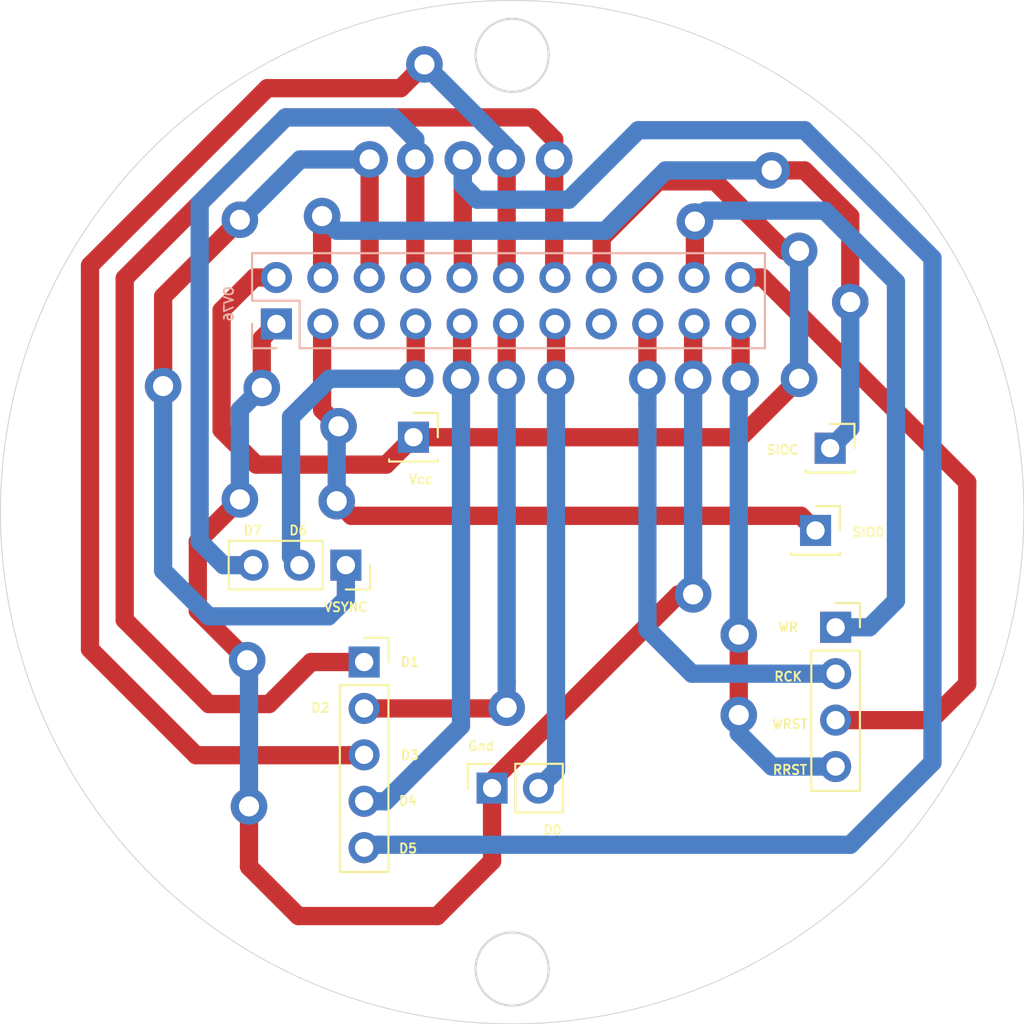
<source format=kicad_pcb>
(kicad_pcb (version 20171130) (host pcbnew "(5.1.5)-3")

  (general
    (thickness 1.6)
    (drawings 20)
    (tracks 192)
    (zones 0)
    (modules 8)
    (nets 21)
  )

  (page A4)
  (layers
    (0 F.Cu signal)
    (31 B.Cu signal)
    (32 B.Adhes user)
    (33 F.Adhes user)
    (34 B.Paste user)
    (35 F.Paste user)
    (36 B.SilkS user)
    (37 F.SilkS user)
    (38 B.Mask user)
    (39 F.Mask user)
    (40 Dwgs.User user)
    (41 Cmts.User user)
    (42 Eco1.User user)
    (43 Eco2.User user)
    (44 Edge.Cuts user)
    (45 Margin user)
    (46 B.CrtYd user)
    (47 F.CrtYd user)
    (48 B.Fab user)
    (49 F.Fab user)
  )

  (setup
    (last_trace_width 0.25)
    (user_trace_width 1)
    (trace_clearance 0.2)
    (zone_clearance 0.508)
    (zone_45_only no)
    (trace_min 0.2)
    (via_size 0.8)
    (via_drill 0.4)
    (via_min_size 0.4)
    (via_min_drill 0.3)
    (uvia_size 0.3)
    (uvia_drill 0.1)
    (uvias_allowed no)
    (uvia_min_size 0.2)
    (uvia_min_drill 0.1)
    (edge_width 0.05)
    (segment_width 0.2)
    (pcb_text_width 0.3)
    (pcb_text_size 1.5 1.5)
    (mod_edge_width 0.12)
    (mod_text_size 1 1)
    (mod_text_width 0.15)
    (pad_size 0.85 0.85)
    (pad_drill 0.5)
    (pad_to_mask_clearance 0.051)
    (solder_mask_min_width 0.25)
    (aux_axis_origin 0 0)
    (visible_elements 7FFFFFFF)
    (pcbplotparams
      (layerselection 0x010fc_ffffffff)
      (usegerberextensions false)
      (usegerberattributes false)
      (usegerberadvancedattributes false)
      (creategerberjobfile false)
      (excludeedgelayer true)
      (linewidth 0.100000)
      (plotframeref false)
      (viasonmask false)
      (mode 1)
      (useauxorigin false)
      (hpglpennumber 1)
      (hpglpenspeed 20)
      (hpglpendiameter 15.000000)
      (psnegative false)
      (psa4output false)
      (plotreference true)
      (plotvalue true)
      (plotinvisibletext false)
      (padsonsilk false)
      (subtractmaskfromsilk false)
      (outputformat 1)
      (mirror false)
      (drillshape 1)
      (scaleselection 1)
      (outputdirectory ""))
  )

  (net 0 "")
  (net 1 Gnd)
  (net 2 Vcc)
  (net 3 D7)
  (net 4 D6)
  (net 5 VSYNC)
  (net 6 D5)
  (net 7 D4)
  (net 8 D3)
  (net 9 D2)
  (net 10 D1)
  (net 11 D0)
  (net 12 WR)
  (net 13 RCK)
  (net 14 WRST)
  (net 15 RRST)
  (net 16 SIOD)
  (net 17 SIOC)
  (net 18 "Net-(OV76-Pad18)")
  (net 19 "Net-(OV76-Pad15)")
  (net 20 "Net-(OV76-Pad5)")

  (net_class Default "Esta é a classe de rede padrão."
    (clearance 0.2)
    (trace_width 0.25)
    (via_dia 0.8)
    (via_drill 0.4)
    (uvia_dia 0.3)
    (uvia_drill 0.1)
    (add_net D0)
    (add_net D1)
    (add_net D2)
    (add_net D3)
    (add_net D4)
    (add_net D5)
    (add_net D6)
    (add_net D7)
    (add_net Gnd)
    (add_net "Net-(OV76-Pad15)")
    (add_net "Net-(OV76-Pad18)")
    (add_net "Net-(OV76-Pad5)")
    (add_net RCK)
    (add_net RRST)
    (add_net SIOC)
    (add_net SIOD)
    (add_net VSYNC)
    (add_net Vcc)
    (add_net WR)
    (add_net WRST)
  )

  (module Connector_PinSocket_2.54mm:PinSocket_1x01_P2.54mm_Vertical (layer F.Cu) (tedit 5A19A434) (tstamp 5F7BC1CE)
    (at 121.4 98.2)
    (descr "Through hole straight socket strip, 1x01, 2.54mm pitch, single row (from Kicad 4.0.7), script generated")
    (tags "Through hole socket strip THT 1x01 2.54mm single row")
    (path /5F759739)
    (fp_text reference Vcc1 (at 0 -2.77) (layer F.SilkS) hide
      (effects (font (size 1 1) (thickness 0.15)))
    )
    (fp_text value Con (at 0 2.77) (layer F.Fab)
      (effects (font (size 1 1) (thickness 0.15)))
    )
    (fp_text user %R (at 0 0) (layer F.Fab)
      (effects (font (size 1 1) (thickness 0.15)))
    )
    (fp_line (start -1.8 1.75) (end -1.8 -1.8) (layer F.CrtYd) (width 0.05))
    (fp_line (start 1.75 1.75) (end -1.8 1.75) (layer F.CrtYd) (width 0.05))
    (fp_line (start 1.75 -1.8) (end 1.75 1.75) (layer F.CrtYd) (width 0.05))
    (fp_line (start -1.8 -1.8) (end 1.75 -1.8) (layer F.CrtYd) (width 0.05))
    (fp_line (start 0 -1.33) (end 1.33 -1.33) (layer F.SilkS) (width 0.12))
    (fp_line (start 1.33 -1.33) (end 1.33 0) (layer F.SilkS) (width 0.12))
    (fp_line (start 1.33 1.21) (end 1.33 1.33) (layer F.SilkS) (width 0.12))
    (fp_line (start -1.33 1.21) (end -1.33 1.33) (layer F.SilkS) (width 0.12))
    (fp_line (start -1.33 1.33) (end 1.33 1.33) (layer F.SilkS) (width 0.12))
    (fp_line (start -1.27 1.27) (end -1.27 -1.27) (layer F.Fab) (width 0.1))
    (fp_line (start 1.27 1.27) (end -1.27 1.27) (layer F.Fab) (width 0.1))
    (fp_line (start 1.27 -0.635) (end 1.27 1.27) (layer F.Fab) (width 0.1))
    (fp_line (start 0.635 -1.27) (end 1.27 -0.635) (layer F.Fab) (width 0.1))
    (fp_line (start -1.27 -1.27) (end 0.635 -1.27) (layer F.Fab) (width 0.1))
    (pad 1 thru_hole rect (at 0 0) (size 1.7 1.7) (drill 1) (layers *.Cu *.Mask)
      (net 2 Vcc))
    (model ${KISYS3DMOD}/Connector_PinSocket_2.54mm.3dshapes/PinSocket_1x01_P2.54mm_Vertical.wrl
      (at (xyz 0 0 0))
      (scale (xyz 1 1 1))
      (rotate (xyz 0 0 0))
    )
  )

  (module Connector_PinSocket_2.54mm:PinSocket_1x01_P2.54mm_Vertical (layer F.Cu) (tedit 5A19A434) (tstamp 5F74ACDC)
    (at 143.4 103.3)
    (descr "Through hole straight socket strip, 1x01, 2.54mm pitch, single row (from Kicad 4.0.7), script generated")
    (tags "Through hole socket strip THT 1x01 2.54mm single row")
    (path /5F75A8FC)
    (fp_text reference SIOD1 (at 0 -2.77) (layer F.SilkS) hide
      (effects (font (size 1 1) (thickness 0.15)))
    )
    (fp_text value Con (at 0 2.77) (layer F.Fab)
      (effects (font (size 1 1) (thickness 0.15)))
    )
    (fp_text user %R (at 0 0) (layer F.Fab)
      (effects (font (size 1 1) (thickness 0.15)))
    )
    (fp_line (start -1.8 1.75) (end -1.8 -1.8) (layer F.CrtYd) (width 0.05))
    (fp_line (start 1.75 1.75) (end -1.8 1.75) (layer F.CrtYd) (width 0.05))
    (fp_line (start 1.75 -1.8) (end 1.75 1.75) (layer F.CrtYd) (width 0.05))
    (fp_line (start -1.8 -1.8) (end 1.75 -1.8) (layer F.CrtYd) (width 0.05))
    (fp_line (start 0 -1.33) (end 1.33 -1.33) (layer F.SilkS) (width 0.12))
    (fp_line (start 1.33 -1.33) (end 1.33 0) (layer F.SilkS) (width 0.12))
    (fp_line (start 1.33 1.21) (end 1.33 1.33) (layer F.SilkS) (width 0.12))
    (fp_line (start -1.33 1.21) (end -1.33 1.33) (layer F.SilkS) (width 0.12))
    (fp_line (start -1.33 1.33) (end 1.33 1.33) (layer F.SilkS) (width 0.12))
    (fp_line (start -1.27 1.27) (end -1.27 -1.27) (layer F.Fab) (width 0.1))
    (fp_line (start 1.27 1.27) (end -1.27 1.27) (layer F.Fab) (width 0.1))
    (fp_line (start 1.27 -0.635) (end 1.27 1.27) (layer F.Fab) (width 0.1))
    (fp_line (start 0.635 -1.27) (end 1.27 -0.635) (layer F.Fab) (width 0.1))
    (fp_line (start -1.27 -1.27) (end 0.635 -1.27) (layer F.Fab) (width 0.1))
    (pad 1 thru_hole rect (at 0 0) (size 1.7 1.7) (drill 1) (layers *.Cu *.Mask)
      (net 16 SIOD))
    (model ${KISYS3DMOD}/Connector_PinSocket_2.54mm.3dshapes/PinSocket_1x01_P2.54mm_Vertical.wrl
      (at (xyz 0 0 0))
      (scale (xyz 1 1 1))
      (rotate (xyz 0 0 0))
    )
  )

  (module Connector_PinSocket_2.54mm:PinSocket_1x01_P2.54mm_Vertical (layer F.Cu) (tedit 5A19A434) (tstamp 5F74AE18)
    (at 144.2 98.8)
    (descr "Through hole straight socket strip, 1x01, 2.54mm pitch, single row (from Kicad 4.0.7), script generated")
    (tags "Through hole socket strip THT 1x01 2.54mm single row")
    (path /5F75A902)
    (fp_text reference SIOC1 (at 0 -2.77) (layer F.SilkS) hide
      (effects (font (size 1 1) (thickness 0.15)))
    )
    (fp_text value Con (at 0 2.77) (layer F.Fab)
      (effects (font (size 1 1) (thickness 0.15)))
    )
    (fp_text user %R (at 0 0) (layer F.Fab)
      (effects (font (size 1 1) (thickness 0.15)))
    )
    (fp_line (start -1.8 1.75) (end -1.8 -1.8) (layer F.CrtYd) (width 0.05))
    (fp_line (start 1.75 1.75) (end -1.8 1.75) (layer F.CrtYd) (width 0.05))
    (fp_line (start 1.75 -1.8) (end 1.75 1.75) (layer F.CrtYd) (width 0.05))
    (fp_line (start -1.8 -1.8) (end 1.75 -1.8) (layer F.CrtYd) (width 0.05))
    (fp_line (start 0 -1.33) (end 1.33 -1.33) (layer F.SilkS) (width 0.12))
    (fp_line (start 1.33 -1.33) (end 1.33 0) (layer F.SilkS) (width 0.12))
    (fp_line (start 1.33 1.21) (end 1.33 1.33) (layer F.SilkS) (width 0.12))
    (fp_line (start -1.33 1.21) (end -1.33 1.33) (layer F.SilkS) (width 0.12))
    (fp_line (start -1.33 1.33) (end 1.33 1.33) (layer F.SilkS) (width 0.12))
    (fp_line (start -1.27 1.27) (end -1.27 -1.27) (layer F.Fab) (width 0.1))
    (fp_line (start 1.27 1.27) (end -1.27 1.27) (layer F.Fab) (width 0.1))
    (fp_line (start 1.27 -0.635) (end 1.27 1.27) (layer F.Fab) (width 0.1))
    (fp_line (start 0.635 -1.27) (end 1.27 -0.635) (layer F.Fab) (width 0.1))
    (fp_line (start -1.27 -1.27) (end 0.635 -1.27) (layer F.Fab) (width 0.1))
    (pad 1 thru_hole rect (at 0 0) (size 1.7 1.7) (drill 1) (layers *.Cu *.Mask)
      (net 17 SIOC))
    (model ${KISYS3DMOD}/Connector_PinSocket_2.54mm.3dshapes/PinSocket_1x01_P2.54mm_Vertical.wrl
      (at (xyz 0 0 0))
      (scale (xyz 1 1 1))
      (rotate (xyz 0 0 0))
    )
  )

  (module Connector_PinSocket_2.54mm:PinSocket_1x04_P2.54mm_Vertical (layer F.Cu) (tedit 5A19A429) (tstamp 5F76AAF0)
    (at 144.5 108.6)
    (descr "Through hole straight socket strip, 1x04, 2.54mm pitch, single row (from Kicad 4.0.7), script generated")
    (tags "Through hole socket strip THT 1x04 2.54mm single row")
    (path /5F76A443)
    (fp_text reference RWRW1 (at 0 -2.77) (layer F.SilkS) hide
      (effects (font (size 1 1) (thickness 0.15)))
    )
    (fp_text value Con (at 0 10.39) (layer F.Fab)
      (effects (font (size 1 1) (thickness 0.15)))
    )
    (fp_text user %R (at 0 3.81 90) (layer F.Fab)
      (effects (font (size 1 1) (thickness 0.15)))
    )
    (fp_line (start -1.8 9.4) (end -1.8 -1.8) (layer F.CrtYd) (width 0.05))
    (fp_line (start 1.75 9.4) (end -1.8 9.4) (layer F.CrtYd) (width 0.05))
    (fp_line (start 1.75 -1.8) (end 1.75 9.4) (layer F.CrtYd) (width 0.05))
    (fp_line (start -1.8 -1.8) (end 1.75 -1.8) (layer F.CrtYd) (width 0.05))
    (fp_line (start 0 -1.33) (end 1.33 -1.33) (layer F.SilkS) (width 0.12))
    (fp_line (start 1.33 -1.33) (end 1.33 0) (layer F.SilkS) (width 0.12))
    (fp_line (start 1.33 1.27) (end 1.33 8.95) (layer F.SilkS) (width 0.12))
    (fp_line (start -1.33 8.95) (end 1.33 8.95) (layer F.SilkS) (width 0.12))
    (fp_line (start -1.33 1.27) (end -1.33 8.95) (layer F.SilkS) (width 0.12))
    (fp_line (start -1.33 1.27) (end 1.33 1.27) (layer F.SilkS) (width 0.12))
    (fp_line (start -1.27 8.89) (end -1.27 -1.27) (layer F.Fab) (width 0.1))
    (fp_line (start 1.27 8.89) (end -1.27 8.89) (layer F.Fab) (width 0.1))
    (fp_line (start 1.27 -0.635) (end 1.27 8.89) (layer F.Fab) (width 0.1))
    (fp_line (start 0.635 -1.27) (end 1.27 -0.635) (layer F.Fab) (width 0.1))
    (fp_line (start -1.27 -1.27) (end 0.635 -1.27) (layer F.Fab) (width 0.1))
    (pad 4 thru_hole oval (at 0 7.62) (size 1.7 1.7) (drill 1) (layers *.Cu *.Mask)
      (net 15 RRST))
    (pad 3 thru_hole oval (at 0 5.08) (size 1.7 1.7) (drill 1) (layers *.Cu *.Mask)
      (net 14 WRST))
    (pad 2 thru_hole oval (at 0 2.54) (size 1.7 1.7) (drill 1) (layers *.Cu *.Mask)
      (net 13 RCK))
    (pad 1 thru_hole rect (at 0 0) (size 1.7 1.7) (drill 1) (layers *.Cu *.Mask)
      (net 12 WR))
    (model ${KISYS3DMOD}/Connector_PinSocket_2.54mm.3dshapes/PinSocket_1x04_P2.54mm_Vertical.wrl
      (at (xyz 0 0 0))
      (scale (xyz 1 1 1))
      (rotate (xyz 0 0 0))
    )
  )

  (module Connector_PinSocket_2.54mm:PinSocket_2x11_P2.54mm_Vertical (layer B.Cu) (tedit 5A19A41F) (tstamp 5F7BC6C8)
    (at 113.9 92 270)
    (descr "Through hole straight socket strip, 2x11, 2.54mm pitch, double cols (from Kicad 4.0.7), script generated")
    (tags "Through hole socket strip THT 2x11 2.54mm double row")
    (path /5F7C94D3)
    (fp_text reference OV76 (at -1.1 2.6 90) (layer B.SilkS)
      (effects (font (size 0.5 0.5) (thickness 0.1)) (justify mirror))
    )
    (fp_text value Con (at -1.27 -28.17 90) (layer B.Fab)
      (effects (font (size 1 1) (thickness 0.15)) (justify mirror))
    )
    (fp_text user %R (at -1.27 -12.7 180) (layer B.Fab)
      (effects (font (size 1 1) (thickness 0.15)) (justify mirror))
    )
    (fp_line (start -4.34 -27.15) (end -4.34 1.8) (layer B.CrtYd) (width 0.05))
    (fp_line (start 1.76 -27.15) (end -4.34 -27.15) (layer B.CrtYd) (width 0.05))
    (fp_line (start 1.76 1.8) (end 1.76 -27.15) (layer B.CrtYd) (width 0.05))
    (fp_line (start -4.34 1.8) (end 1.76 1.8) (layer B.CrtYd) (width 0.05))
    (fp_line (start 0 1.33) (end 1.33 1.33) (layer B.SilkS) (width 0.12))
    (fp_line (start 1.33 1.33) (end 1.33 0) (layer B.SilkS) (width 0.12))
    (fp_line (start -1.27 1.33) (end -1.27 -1.27) (layer B.SilkS) (width 0.12))
    (fp_line (start -1.27 -1.27) (end 1.33 -1.27) (layer B.SilkS) (width 0.12))
    (fp_line (start 1.33 -1.27) (end 1.33 -26.73) (layer B.SilkS) (width 0.12))
    (fp_line (start -3.87 -26.73) (end 1.33 -26.73) (layer B.SilkS) (width 0.12))
    (fp_line (start -3.87 1.33) (end -3.87 -26.73) (layer B.SilkS) (width 0.12))
    (fp_line (start -3.87 1.33) (end -1.27 1.33) (layer B.SilkS) (width 0.12))
    (fp_line (start -3.81 -26.67) (end -3.81 1.27) (layer B.Fab) (width 0.1))
    (fp_line (start 1.27 -26.67) (end -3.81 -26.67) (layer B.Fab) (width 0.1))
    (fp_line (start 1.27 0.27) (end 1.27 -26.67) (layer B.Fab) (width 0.1))
    (fp_line (start 0.27 1.27) (end 1.27 0.27) (layer B.Fab) (width 0.1))
    (fp_line (start -3.81 1.27) (end 0.27 1.27) (layer B.Fab) (width 0.1))
    (pad 22 thru_hole oval (at -2.54 -25.4 270) (size 1.7 1.7) (drill 1) (layers *.Cu *.Mask)
      (net 14 WRST))
    (pad 21 thru_hole oval (at 0 -25.4 270) (size 1.7 1.7) (drill 1) (layers *.Cu *.Mask)
      (net 15 RRST))
    (pad 20 thru_hole oval (at -2.54 -22.86 270) (size 1.7 1.7) (drill 1) (layers *.Cu *.Mask)
      (net 12 WR))
    (pad 19 thru_hole oval (at 0 -22.86 270) (size 1.7 1.7) (drill 1) (layers *.Cu *.Mask)
      (net 1 Gnd))
    (pad 18 thru_hole oval (at -2.54 -20.32 270) (size 1.7 1.7) (drill 1) (layers *.Cu *.Mask)
      (net 18 "Net-(OV76-Pad18)"))
    (pad 17 thru_hole oval (at 0 -20.32 270) (size 1.7 1.7) (drill 1) (layers *.Cu *.Mask)
      (net 13 RCK))
    (pad 16 thru_hole oval (at -2.54 -17.78 270) (size 1.7 1.7) (drill 1) (layers *.Cu *.Mask)
      (net 2 Vcc))
    (pad 15 thru_hole oval (at 0 -17.78 270) (size 1.7 1.7) (drill 1) (layers *.Cu *.Mask)
      (net 19 "Net-(OV76-Pad15)"))
    (pad 14 thru_hole oval (at -2.54 -15.24 270) (size 1.7 1.7) (drill 1) (layers *.Cu *.Mask)
      (net 10 D1))
    (pad 13 thru_hole oval (at 0 -15.24 270) (size 1.7 1.7) (drill 1) (layers *.Cu *.Mask)
      (net 11 D0))
    (pad 12 thru_hole oval (at -2.54 -12.7 270) (size 1.7 1.7) (drill 1) (layers *.Cu *.Mask)
      (net 8 D3))
    (pad 11 thru_hole oval (at 0 -12.7 270) (size 1.7 1.7) (drill 1) (layers *.Cu *.Mask)
      (net 9 D2))
    (pad 10 thru_hole oval (at -2.54 -10.16 270) (size 1.7 1.7) (drill 1) (layers *.Cu *.Mask)
      (net 6 D5))
    (pad 9 thru_hole oval (at 0 -10.16 270) (size 1.7 1.7) (drill 1) (layers *.Cu *.Mask)
      (net 7 D4))
    (pad 8 thru_hole oval (at -2.54 -7.62 270) (size 1.7 1.7) (drill 1) (layers *.Cu *.Mask)
      (net 3 D7))
    (pad 7 thru_hole oval (at 0 -7.62 270) (size 1.7 1.7) (drill 1) (layers *.Cu *.Mask)
      (net 4 D6))
    (pad 6 thru_hole oval (at -2.54 -5.08 270) (size 1.7 1.7) (drill 1) (layers *.Cu *.Mask)
      (net 5 VSYNC))
    (pad 5 thru_hole oval (at 0 -5.08 270) (size 1.7 1.7) (drill 1) (layers *.Cu *.Mask)
      (net 20 "Net-(OV76-Pad5)"))
    (pad 4 thru_hole oval (at -2.54 -2.54 270) (size 1.7 1.7) (drill 1) (layers *.Cu *.Mask)
      (net 17 SIOC))
    (pad 3 thru_hole oval (at 0 -2.54 270) (size 1.7 1.7) (drill 1) (layers *.Cu *.Mask)
      (net 16 SIOD))
    (pad 2 thru_hole oval (at -2.54 0 270) (size 1.7 1.7) (drill 1) (layers *.Cu *.Mask)
      (net 2 Vcc))
    (pad 1 thru_hole rect (at 0 0 270) (size 1.7 1.7) (drill 1) (layers *.Cu *.Mask)
      (net 1 Gnd))
    (model ${KISYS3DMOD}/Connector_PinSocket_2.54mm.3dshapes/PinSocket_2x11_P2.54mm_Vertical.wrl
      (at (xyz 0 0 0))
      (scale (xyz 1 1 1))
      (rotate (xyz 0 0 0))
    )
    (model "C:/Users/Usuário/Desktop/Placa_Camera/Camera OV7670.STEP"
      (offset (xyz 9.800000000000001 -15 10))
      (scale (xyz 1 1 1))
      (rotate (xyz 0 0 90))
    )
  )

  (module Connector_PinSocket_2.54mm:PinSocket_1x02_P2.54mm_Vertical (layer F.Cu) (tedit 5A19A420) (tstamp 5F76AA42)
    (at 125.7 117.4 90)
    (descr "Through hole straight socket strip, 1x02, 2.54mm pitch, single row (from Kicad 4.0.7), script generated")
    (tags "Through hole socket strip THT 1x02 2.54mm single row")
    (path /5F7699AA)
    (fp_text reference Gnd-D0 (at 0 -2.77 -90) (layer F.SilkS) hide
      (effects (font (size 1 1) (thickness 0.15)))
    )
    (fp_text value Con (at 0 5.31 -90) (layer F.Fab)
      (effects (font (size 1 1) (thickness 0.15)))
    )
    (fp_text user %R (at 0 1.27 180) (layer F.Fab)
      (effects (font (size 1 1) (thickness 0.15)))
    )
    (fp_line (start -1.8 4.3) (end -1.8 -1.8) (layer F.CrtYd) (width 0.05))
    (fp_line (start 1.75 4.3) (end -1.8 4.3) (layer F.CrtYd) (width 0.05))
    (fp_line (start 1.75 -1.8) (end 1.75 4.3) (layer F.CrtYd) (width 0.05))
    (fp_line (start -1.8 -1.8) (end 1.75 -1.8) (layer F.CrtYd) (width 0.05))
    (fp_line (start 0 -1.33) (end 1.33 -1.33) (layer F.SilkS) (width 0.12))
    (fp_line (start 1.33 -1.33) (end 1.33 0) (layer F.SilkS) (width 0.12))
    (fp_line (start 1.33 1.27) (end 1.33 3.87) (layer F.SilkS) (width 0.12))
    (fp_line (start -1.33 3.87) (end 1.33 3.87) (layer F.SilkS) (width 0.12))
    (fp_line (start -1.33 1.27) (end -1.33 3.87) (layer F.SilkS) (width 0.12))
    (fp_line (start -1.33 1.27) (end 1.33 1.27) (layer F.SilkS) (width 0.12))
    (fp_line (start -1.27 3.81) (end -1.27 -1.27) (layer F.Fab) (width 0.1))
    (fp_line (start 1.27 3.81) (end -1.27 3.81) (layer F.Fab) (width 0.1))
    (fp_line (start 1.27 -0.635) (end 1.27 3.81) (layer F.Fab) (width 0.1))
    (fp_line (start 0.635 -1.27) (end 1.27 -0.635) (layer F.Fab) (width 0.1))
    (fp_line (start -1.27 -1.27) (end 0.635 -1.27) (layer F.Fab) (width 0.1))
    (pad 2 thru_hole oval (at 0 2.54 90) (size 1.7 1.7) (drill 1) (layers *.Cu *.Mask)
      (net 11 D0))
    (pad 1 thru_hole rect (at 0 0 90) (size 1.7 1.7) (drill 1) (layers *.Cu *.Mask)
      (net 1 Gnd))
    (model ${KISYS3DMOD}/Connector_PinSocket_2.54mm.3dshapes/PinSocket_1x02_P2.54mm_Vertical.wrl
      (at (xyz 0 0 0))
      (scale (xyz 1 1 1))
      (rotate (xyz 0 0 0))
    )
  )

  (module Connector_PinSocket_2.54mm:PinSocket_1x03_P2.54mm_Vertical (layer F.Cu) (tedit 5A19A429) (tstamp 5F76A8CA)
    (at 117.7 105.2 270)
    (descr "Through hole straight socket strip, 1x03, 2.54mm pitch, single row (from Kicad 4.0.7), script generated")
    (tags "Through hole socket strip THT 1x03 2.54mm single row")
    (path /5F76740B)
    (fp_text reference D67V1 (at 0 -2.77 270) (layer F.SilkS) hide
      (effects (font (size 1 1) (thickness 0.15)))
    )
    (fp_text value Con (at 0 7.85 270) (layer F.Fab)
      (effects (font (size 1 1) (thickness 0.15)))
    )
    (fp_text user %R (at 0 2.54 180) (layer F.Fab)
      (effects (font (size 1 1) (thickness 0.15)))
    )
    (fp_line (start -1.8 6.85) (end -1.8 -1.8) (layer F.CrtYd) (width 0.05))
    (fp_line (start 1.75 6.85) (end -1.8 6.85) (layer F.CrtYd) (width 0.05))
    (fp_line (start 1.75 -1.8) (end 1.75 6.85) (layer F.CrtYd) (width 0.05))
    (fp_line (start -1.8 -1.8) (end 1.75 -1.8) (layer F.CrtYd) (width 0.05))
    (fp_line (start 0 -1.33) (end 1.33 -1.33) (layer F.SilkS) (width 0.12))
    (fp_line (start 1.33 -1.33) (end 1.33 0) (layer F.SilkS) (width 0.12))
    (fp_line (start 1.33 1.27) (end 1.33 6.41) (layer F.SilkS) (width 0.12))
    (fp_line (start -1.33 6.41) (end 1.33 6.41) (layer F.SilkS) (width 0.12))
    (fp_line (start -1.33 1.27) (end -1.33 6.41) (layer F.SilkS) (width 0.12))
    (fp_line (start -1.33 1.27) (end 1.33 1.27) (layer F.SilkS) (width 0.12))
    (fp_line (start -1.27 6.35) (end -1.27 -1.27) (layer F.Fab) (width 0.1))
    (fp_line (start 1.27 6.35) (end -1.27 6.35) (layer F.Fab) (width 0.1))
    (fp_line (start 1.27 -0.635) (end 1.27 6.35) (layer F.Fab) (width 0.1))
    (fp_line (start 0.635 -1.27) (end 1.27 -0.635) (layer F.Fab) (width 0.1))
    (fp_line (start -1.27 -1.27) (end 0.635 -1.27) (layer F.Fab) (width 0.1))
    (pad 3 thru_hole oval (at 0 5.08 270) (size 1.7 1.7) (drill 1) (layers *.Cu *.Mask)
      (net 3 D7))
    (pad 2 thru_hole oval (at 0 2.54 270) (size 1.7 1.7) (drill 1) (layers *.Cu *.Mask)
      (net 4 D6))
    (pad 1 thru_hole rect (at 0 0 270) (size 1.7 1.7) (drill 1) (layers *.Cu *.Mask)
      (net 5 VSYNC))
    (model ${KISYS3DMOD}/Connector_PinSocket_2.54mm.3dshapes/PinSocket_1x03_P2.54mm_Vertical.wrl
      (at (xyz 0 0 0))
      (scale (xyz 1 1 1))
      (rotate (xyz 0 0 0))
    )
  )

  (module Connector_PinSocket_2.54mm:PinSocket_1x05_P2.54mm_Vertical (layer F.Cu) (tedit 5A19A420) (tstamp 5F76A8B3)
    (at 118.7 110.5)
    (descr "Through hole straight socket strip, 1x05, 2.54mm pitch, single row (from Kicad 4.0.7), script generated")
    (tags "Through hole socket strip THT 1x05 2.54mm single row")
    (path /5F768256)
    (fp_text reference D12345 (at 0 -2.77) (layer F.SilkS) hide
      (effects (font (size 1 1) (thickness 0.15)))
    )
    (fp_text value Con (at 0 12.93) (layer F.Fab)
      (effects (font (size 1 1) (thickness 0.15)))
    )
    (fp_text user %R (at 0 5.08 90) (layer F.Fab)
      (effects (font (size 1 1) (thickness 0.15)))
    )
    (fp_line (start -1.8 11.9) (end -1.8 -1.8) (layer F.CrtYd) (width 0.05))
    (fp_line (start 1.75 11.9) (end -1.8 11.9) (layer F.CrtYd) (width 0.05))
    (fp_line (start 1.75 -1.8) (end 1.75 11.9) (layer F.CrtYd) (width 0.05))
    (fp_line (start -1.8 -1.8) (end 1.75 -1.8) (layer F.CrtYd) (width 0.05))
    (fp_line (start 0 -1.33) (end 1.33 -1.33) (layer F.SilkS) (width 0.12))
    (fp_line (start 1.33 -1.33) (end 1.33 0) (layer F.SilkS) (width 0.12))
    (fp_line (start 1.33 1.27) (end 1.33 11.49) (layer F.SilkS) (width 0.12))
    (fp_line (start -1.33 11.49) (end 1.33 11.49) (layer F.SilkS) (width 0.12))
    (fp_line (start -1.33 1.27) (end -1.33 11.49) (layer F.SilkS) (width 0.12))
    (fp_line (start -1.33 1.27) (end 1.33 1.27) (layer F.SilkS) (width 0.12))
    (fp_line (start -1.27 11.43) (end -1.27 -1.27) (layer F.Fab) (width 0.1))
    (fp_line (start 1.27 11.43) (end -1.27 11.43) (layer F.Fab) (width 0.1))
    (fp_line (start 1.27 -0.635) (end 1.27 11.43) (layer F.Fab) (width 0.1))
    (fp_line (start 0.635 -1.27) (end 1.27 -0.635) (layer F.Fab) (width 0.1))
    (fp_line (start -1.27 -1.27) (end 0.635 -1.27) (layer F.Fab) (width 0.1))
    (pad 5 thru_hole oval (at 0 10.16) (size 1.7 1.7) (drill 1) (layers *.Cu *.Mask)
      (net 6 D5))
    (pad 4 thru_hole oval (at 0 7.62) (size 1.7 1.7) (drill 1) (layers *.Cu *.Mask)
      (net 7 D4))
    (pad 3 thru_hole oval (at 0 5.08) (size 1.7 1.7) (drill 1) (layers *.Cu *.Mask)
      (net 8 D3))
    (pad 2 thru_hole oval (at 0 2.54) (size 1.7 1.7) (drill 1) (layers *.Cu *.Mask)
      (net 9 D2))
    (pad 1 thru_hole rect (at 0 0) (size 1.7 1.7) (drill 1) (layers *.Cu *.Mask)
      (net 10 D1))
    (model ${KISYS3DMOD}/Connector_PinSocket_2.54mm.3dshapes/PinSocket_1x05_P2.54mm_Vertical.wrl
      (at (xyz 0 0 0))
      (scale (xyz 1 1 1))
      (rotate (xyz 0 0 0))
    )
  )

  (gr_circle (center 126.8 127.3) (end 128.8 127.3) (layer Edge.Cuts) (width 0.12))
  (gr_circle (center 126.8 77.3) (end 128.8 77.3) (layer Edge.Cuts) (width 0.12))
  (gr_circle (center 126.8 102.3) (end 154.8 102.3) (layer Edge.Cuts) (width 0.05))
  (gr_text "WR\n" (at 141.9 108.6) (layer F.SilkS) (tstamp 5F7BCC43)
    (effects (font (size 0.5 0.5) (thickness 0.1)))
  )
  (gr_text RCK (at 141.9 111.3) (layer F.SilkS) (tstamp 5F7BCC43)
    (effects (font (size 0.5 0.5) (thickness 0.1)))
  )
  (gr_text WRST (at 142 113.9) (layer F.SilkS) (tstamp 5F7BCC43)
    (effects (font (size 0.5 0.5) (thickness 0.1)))
  )
  (gr_text RRST (at 142 116.4) (layer F.SilkS)
    (effects (font (size 0.5 0.5) (thickness 0.1)))
  )
  (gr_text SIOD (at 146.3 103.4) (layer F.SilkS)
    (effects (font (size 0.5 0.5) (thickness 0.1)))
  )
  (gr_text SIOC (at 141.6 98.9) (layer F.SilkS)
    (effects (font (size 0.5 0.5) (thickness 0.1)))
  )
  (gr_text D0 (at 129 119.7) (layer F.SilkS)
    (effects (font (size 0.5 0.5) (thickness 0.1)))
  )
  (gr_text Gnd (at 125.1 115.1) (layer F.SilkS)
    (effects (font (size 0.5 0.5) (thickness 0.1)))
  )
  (gr_text D3 (at 121.2 115.6) (layer F.SilkS) (tstamp 5F7BCC43)
    (effects (font (size 0.5 0.5) (thickness 0.1)))
  )
  (gr_text D1 (at 121.2 110.5) (layer F.SilkS) (tstamp 5F7BCC43)
    (effects (font (size 0.5 0.5) (thickness 0.1)))
  )
  (gr_text D2 (at 116.3 113) (layer F.SilkS) (tstamp 5F7BCC43)
    (effects (font (size 0.5 0.5) (thickness 0.1)))
  )
  (gr_text D4 (at 121.1 118.1) (layer F.SilkS) (tstamp 5F7BCC43)
    (effects (font (size 0.5 0.5) (thickness 0.1)))
  )
  (gr_text D5 (at 121.1 120.7) (layer F.SilkS)
    (effects (font (size 0.5 0.5) (thickness 0.1)))
  )
  (gr_text D6 (at 115.1 103.3) (layer F.SilkS)
    (effects (font (size 0.5 0.5) (thickness 0.1)))
  )
  (gr_text D7 (at 112.6 103.3) (layer F.SilkS)
    (effects (font (size 0.5 0.5) (thickness 0.1)))
  )
  (gr_text VSYNC (at 117.7 107.5) (layer F.SilkS)
    (effects (font (size 0.5 0.5) (thickness 0.1)))
  )
  (gr_text Vcc (at 121.8 100.5) (layer F.SilkS)
    (effects (font (size 0.5 0.5) (thickness 0.1)))
  )

  (via (at 112.3 110.4) (size 2) (drill 1.1) (layers F.Cu B.Cu) (net 1) (tstamp 5F7D0007))
  (via (at 112.4 118.4) (size 2) (drill 1.1) (layers F.Cu B.Cu) (net 1) (tstamp 5F7D0007))
  (via (at 113.1 95.5) (size 2) (drill 1.1) (layers F.Cu B.Cu) (net 1) (tstamp 5F7D0007))
  (via (at 111.9 101.6) (size 2) (drill 1.1) (layers F.Cu B.Cu) (net 1) (tstamp 5F7D0007))
  (via (at 136.7 106.8) (size 2) (drill 1.1) (layers F.Cu B.Cu) (net 1) (tstamp 5F7BDE37))
  (via (at 136.7 95) (size 2) (drill 1.1) (layers F.Cu B.Cu) (net 1) (tstamp 5F7BDE37))
  (segment (start 136.7 92.06) (end 136.76 92) (width 1) (layer F.Cu) (net 1))
  (segment (start 136.7 95) (end 136.7 92.06) (width 1) (layer F.Cu) (net 1))
  (segment (start 125.7 117.4) (end 125.7 117.1) (width 1) (layer F.Cu) (net 1))
  (segment (start 135.9 106.8) (end 136.7 106.8) (width 1) (layer F.Cu) (net 1))
  (segment (start 125.7 117.4) (end 125.7 117) (width 1) (layer F.Cu) (net 1))
  (segment (start 125.7 117) (end 135.9 106.8) (width 1) (layer F.Cu) (net 1))
  (segment (start 136.7 105.385787) (end 136.7 95) (width 1) (layer B.Cu) (net 1))
  (segment (start 136.7 106.8) (end 136.7 105.385787) (width 1) (layer B.Cu) (net 1))
  (segment (start 122.7 124.4) (end 115.1 124.4) (width 1) (layer F.Cu) (net 1))
  (segment (start 112.4 121.7) (end 112.4 118.4) (width 1) (layer F.Cu) (net 1))
  (segment (start 125.7 117.4) (end 125.7 121.4) (width 1) (layer F.Cu) (net 1))
  (segment (start 115.1 124.4) (end 112.4 121.7) (width 1) (layer F.Cu) (net 1))
  (segment (start 125.7 121.4) (end 122.7 124.4) (width 1) (layer F.Cu) (net 1))
  (segment (start 112.4 110.5) (end 112.3 110.4) (width 1) (layer B.Cu) (net 1))
  (segment (start 112.4 118.4) (end 112.4 110.5) (width 1) (layer B.Cu) (net 1))
  (segment (start 109.6 103.9) (end 111.9 101.6) (width 1) (layer F.Cu) (net 1))
  (segment (start 112.3 110.4) (end 109.6 107.7) (width 1) (layer F.Cu) (net 1))
  (segment (start 109.6 107.7) (end 109.6 103.9) (width 1) (layer F.Cu) (net 1))
  (segment (start 111.9 96.7) (end 113.1 95.5) (width 1) (layer B.Cu) (net 1))
  (segment (start 111.9 101.6) (end 111.9 96.7) (width 1) (layer B.Cu) (net 1))
  (segment (start 113.1 92.8) (end 113.9 92) (width 1) (layer F.Cu) (net 1))
  (segment (start 113.1 95.5) (end 113.1 92.8) (width 1) (layer F.Cu) (net 1))
  (via (at 142.5 95) (size 2) (drill 1.1) (layers F.Cu B.Cu) (net 2) (tstamp 5F7D0007))
  (via (at 142.5 88) (size 2) (drill 1.1) (layers F.Cu B.Cu) (net 2) (tstamp 5F7BDE37))
  (segment (start 121.415 98.215) (end 121.4 98.2) (width 1) (layer F.Cu) (net 2))
  (segment (start 112.697919 89.46) (end 113.9 89.46) (width 1) (layer F.Cu) (net 2))
  (segment (start 119.9 99.7) (end 112.8 99.7) (width 1) (layer F.Cu) (net 2))
  (segment (start 110.9 97.8) (end 110.9 91.257919) (width 1) (layer F.Cu) (net 2))
  (segment (start 121.4 98.2) (end 119.9 99.7) (width 1) (layer F.Cu) (net 2))
  (segment (start 112.8 99.7) (end 110.9 97.8) (width 1) (layer F.Cu) (net 2))
  (segment (start 110.9 91.257919) (end 112.697919 89.46) (width 1) (layer F.Cu) (net 2))
  (segment (start 139.3 98.2) (end 142.5 95) (width 1) (layer F.Cu) (net 2))
  (segment (start 121.4 98.2) (end 139.3 98.2) (width 1) (layer F.Cu) (net 2))
  (segment (start 142.5 95) (end 142.5 90.6) (width 1) (layer B.Cu) (net 2))
  (segment (start 142.5 90.6) (end 142.5 88) (width 1) (layer B.Cu) (net 2))
  (segment (start 141.7 88) (end 142.5 88) (width 1) (layer F.Cu) (net 2))
  (segment (start 131.7 89.44) (end 131.7 87.3) (width 1) (layer F.Cu) (net 2))
  (segment (start 131.68 89.46) (end 131.7 89.44) (width 1) (layer F.Cu) (net 2))
  (segment (start 134.8 84.2) (end 137.9 84.2) (width 1) (layer F.Cu) (net 2))
  (segment (start 131.7 87.3) (end 134.8 84.2) (width 1) (layer F.Cu) (net 2))
  (segment (start 137.9 84.2) (end 141.7 88) (width 1) (layer F.Cu) (net 2))
  (via (at 121.5 83) (size 2) (drill 1.1) (layers F.Cu B.Cu) (net 3) (tstamp 5F7D0007))
  (segment (start 121.5 89.44) (end 121.52 89.46) (width 1) (layer F.Cu) (net 3))
  (segment (start 121.5 83) (end 121.5 89.44) (width 1) (layer F.Cu) (net 3))
  (segment (start 121.5 81.9) (end 121.5 83) (width 1) (layer B.Cu) (net 3))
  (segment (start 112.62 105.2) (end 111 105.2) (width 1) (layer B.Cu) (net 3))
  (segment (start 109.7 103.9) (end 109.7 85.4) (width 1) (layer B.Cu) (net 3))
  (segment (start 111 105.2) (end 109.7 103.9) (width 1) (layer B.Cu) (net 3))
  (segment (start 114.4 80.7) (end 120.3 80.7) (width 1) (layer B.Cu) (net 3))
  (segment (start 120.3 80.7) (end 121.5 81.9) (width 1) (layer B.Cu) (net 3))
  (segment (start 109.7 85.4) (end 114.4 80.7) (width 1) (layer B.Cu) (net 3))
  (via (at 121.5 95) (size 2) (drill 1.1) (layers F.Cu B.Cu) (net 4))
  (segment (start 121.52 94.98) (end 121.5 95) (width 1) (layer F.Cu) (net 4))
  (segment (start 121.52 92) (end 121.52 94.98) (width 1) (layer F.Cu) (net 4))
  (segment (start 116.8 95) (end 121.5 95) (width 1) (layer B.Cu) (net 4))
  (segment (start 114.7 97.1) (end 116.8 95) (width 1) (layer B.Cu) (net 4))
  (segment (start 115.16 105.2) (end 114.7 104.74) (width 1) (layer B.Cu) (net 4))
  (segment (start 114.7 104.74) (end 114.7 97.1) (width 1) (layer B.Cu) (net 4))
  (via (at 107.7 95.4) (size 2) (drill 1.1) (layers F.Cu B.Cu) (net 5) (tstamp 5F7D0007))
  (via (at 111.9 86.3) (size 2) (drill 1.1) (layers F.Cu B.Cu) (net 5) (tstamp 5F7D0007))
  (via (at 119 83) (size 2) (drill 1.1) (layers F.Cu B.Cu) (net 5) (tstamp 5F7D0007))
  (segment (start 119 89.44) (end 118.98 89.46) (width 1) (layer F.Cu) (net 5))
  (segment (start 119 83) (end 119 89.44) (width 1) (layer F.Cu) (net 5))
  (segment (start 107.7 95.4) (end 107.7 90.5) (width 1) (layer F.Cu) (net 5))
  (segment (start 110.900001 87.299999) (end 111.9 86.3) (width 1) (layer F.Cu) (net 5))
  (segment (start 107.7 90.5) (end 110.900001 87.299999) (width 1) (layer F.Cu) (net 5))
  (segment (start 115.2 83) (end 119 83) (width 1) (layer B.Cu) (net 5))
  (segment (start 111.9 86.3) (end 115.2 83) (width 1) (layer B.Cu) (net 5))
  (segment (start 107.7 105.5) (end 107.7 95.4) (width 1) (layer B.Cu) (net 5))
  (segment (start 116.75 108) (end 110.2 108) (width 1) (layer B.Cu) (net 5))
  (segment (start 110.2 108) (end 107.7 105.5) (width 1) (layer B.Cu) (net 5))
  (segment (start 117.7 105.2) (end 117.7 107.05) (width 1) (layer B.Cu) (net 5))
  (segment (start 117.7 107.05) (end 116.75 108) (width 1) (layer B.Cu) (net 5))
  (via (at 124.1 83) (size 2) (drill 1.1) (layers F.Cu B.Cu) (net 6) (tstamp 5F7D0007))
  (segment (start 124.1 89.42) (end 124.06 89.46) (width 1) (layer F.Cu) (net 6))
  (segment (start 124.1 83) (end 124.1 89.42) (width 1) (layer F.Cu) (net 6))
  (segment (start 124.1 84.414213) (end 124.1 83) (width 1) (layer B.Cu) (net 6))
  (segment (start 129.9 85.2) (end 124.885787 85.2) (width 1) (layer B.Cu) (net 6))
  (segment (start 133.7 81.4) (end 129.9 85.2) (width 1) (layer B.Cu) (net 6))
  (segment (start 142.8 81.4) (end 133.7 81.4) (width 1) (layer B.Cu) (net 6))
  (segment (start 118.86 120.5) (end 145.3 120.5) (width 1) (layer B.Cu) (net 6))
  (segment (start 118.7 120.66) (end 118.86 120.5) (width 1) (layer B.Cu) (net 6))
  (segment (start 145.3 120.5) (end 149.8 116) (width 1) (layer B.Cu) (net 6))
  (segment (start 124.885787 85.2) (end 124.1 84.414213) (width 1) (layer B.Cu) (net 6))
  (segment (start 149.8 116) (end 149.8 88.4) (width 1) (layer B.Cu) (net 6))
  (segment (start 149.8 88.4) (end 142.8 81.4) (width 1) (layer B.Cu) (net 6))
  (via (at 124 95) (size 2) (drill 1.1) (layers F.Cu B.Cu) (net 7) (tstamp 5F7BDE37))
  (segment (start 124 114) (end 124 95) (width 1) (layer B.Cu) (net 7))
  (segment (start 118.7 118.12) (end 119.88 118.12) (width 1) (layer B.Cu) (net 7))
  (segment (start 119.88 118.12) (end 124 114) (width 1) (layer B.Cu) (net 7))
  (segment (start 124.06 94.94) (end 124 95) (width 1) (layer F.Cu) (net 7))
  (segment (start 124.06 92) (end 124.06 94.94) (width 1) (layer F.Cu) (net 7))
  (via (at 122 77.8) (size 2) (drill 1.1) (layers F.Cu B.Cu) (net 8) (tstamp 5F7D0007))
  (via (at 126.5 83) (size 2) (drill 1.1) (layers F.Cu B.Cu) (net 8) (tstamp 5F7D0007))
  (segment (start 126.5 89.36) (end 126.6 89.46) (width 1) (layer F.Cu) (net 8))
  (segment (start 126.5 83) (end 126.5 89.36) (width 1) (layer F.Cu) (net 8))
  (segment (start 126.5 82.3) (end 126.5 83) (width 1) (layer B.Cu) (net 8))
  (segment (start 122 77.8) (end 126.5 82.3) (width 1) (layer B.Cu) (net 8))
  (segment (start 120.7 79.1) (end 122 77.8) (width 1) (layer F.Cu) (net 8))
  (segment (start 113.4 79.1) (end 120.7 79.1) (width 1) (layer F.Cu) (net 8))
  (segment (start 118.68 115.6) (end 109.5 115.6) (width 1) (layer F.Cu) (net 8))
  (segment (start 118.7 115.58) (end 118.68 115.6) (width 1) (layer F.Cu) (net 8))
  (segment (start 109.5 115.6) (end 103.7 109.8) (width 1) (layer F.Cu) (net 8))
  (segment (start 103.7 109.8) (end 103.7 88.8) (width 1) (layer F.Cu) (net 8))
  (segment (start 103.7 88.8) (end 113.4 79.1) (width 1) (layer F.Cu) (net 8))
  (via (at 126.5 113) (size 2) (drill 1.1) (layers F.Cu B.Cu) (net 9) (tstamp 5F7BDE37))
  (via (at 126.5 95) (size 2) (drill 1.1) (layers F.Cu B.Cu) (net 9) (tstamp 5F7BDE37))
  (segment (start 126.5 92.1) (end 126.6 92) (width 1) (layer F.Cu) (net 9))
  (segment (start 126.5 95) (end 126.5 92.1) (width 1) (layer F.Cu) (net 9))
  (segment (start 126.46 113.04) (end 126.5 113) (width 1) (layer F.Cu) (net 9))
  (segment (start 118.7 113.04) (end 126.46 113.04) (width 1) (layer F.Cu) (net 9))
  (segment (start 126.5 111.585787) (end 126.5 95) (width 1) (layer B.Cu) (net 9))
  (segment (start 126.5 113) (end 126.5 111.585787) (width 1) (layer B.Cu) (net 9))
  (via (at 129.1 83) (size 2) (drill 1.1) (layers F.Cu B.Cu) (net 10) (tstamp 5F7D0007))
  (segment (start 129.1 89.42) (end 129.14 89.46) (width 1) (layer F.Cu) (net 10))
  (segment (start 129.1 83) (end 129.1 89.42) (width 1) (layer F.Cu) (net 10))
  (segment (start 127.9 80.7) (end 129.1 81.9) (width 1) (layer F.Cu) (net 10))
  (segment (start 129.1 81.9) (end 129.1 83) (width 1) (layer F.Cu) (net 10))
  (segment (start 114.4 80.7) (end 127.9 80.7) (width 1) (layer F.Cu) (net 10))
  (segment (start 105.6 89.5) (end 114.4 80.7) (width 1) (layer F.Cu) (net 10))
  (segment (start 115.8 110.5) (end 113.5 112.8) (width 1) (layer F.Cu) (net 10))
  (segment (start 118.7 110.5) (end 115.8 110.5) (width 1) (layer F.Cu) (net 10))
  (segment (start 110.2 112.8) (end 105.6 108.2) (width 1) (layer F.Cu) (net 10))
  (segment (start 113.5 112.8) (end 110.2 112.8) (width 1) (layer F.Cu) (net 10))
  (segment (start 105.6 108.2) (end 105.6 89.5) (width 1) (layer F.Cu) (net 10))
  (via (at 129.2 95) (size 2) (drill 1.1) (layers F.Cu B.Cu) (net 11) (tstamp 5F7BDE37))
  (segment (start 129.2 92.06) (end 129.14 92) (width 1) (layer F.Cu) (net 11))
  (segment (start 129.2 95) (end 129.2 92.06) (width 1) (layer F.Cu) (net 11))
  (segment (start 129.2 116.44) (end 129.2 95) (width 1) (layer B.Cu) (net 11))
  (segment (start 128.24 117.4) (end 129.2 116.44) (width 1) (layer B.Cu) (net 11))
  (via (at 136.8 86.4) (size 2) (drill 1.1) (layers F.Cu B.Cu) (net 12) (tstamp 5F7BDE37))
  (segment (start 136.8 89.42) (end 136.76 89.46) (width 1) (layer F.Cu) (net 12))
  (segment (start 136.8 86.4) (end 136.8 89.42) (width 1) (layer F.Cu) (net 12))
  (segment (start 136.8 86.4) (end 137.4 85.8) (width 1) (layer B.Cu) (net 12))
  (segment (start 137.4 85.8) (end 143.9 85.8) (width 1) (layer B.Cu) (net 12))
  (segment (start 147.8 107.15) (end 146.35 108.6) (width 1) (layer B.Cu) (net 12))
  (segment (start 146.35 108.6) (end 144.5 108.6) (width 1) (layer B.Cu) (net 12))
  (segment (start 143.9 85.8) (end 147.8 89.7) (width 1) (layer B.Cu) (net 12))
  (segment (start 147.8 89.7) (end 147.8 107.15) (width 1) (layer B.Cu) (net 12))
  (via (at 134.2 95) (size 2) (drill 1.1) (layers F.Cu B.Cu) (net 13) (tstamp 5F7BDE37))
  (segment (start 134.2 96.414213) (end 134.2 95) (width 1) (layer B.Cu) (net 13))
  (segment (start 134.2 108.7) (end 134.2 96.414213) (width 1) (layer B.Cu) (net 13))
  (segment (start 144.5 111.14) (end 136.64 111.14) (width 1) (layer B.Cu) (net 13))
  (segment (start 136.64 111.14) (end 134.2 108.7) (width 1) (layer B.Cu) (net 13))
  (segment (start 134.2 92.02) (end 134.22 92) (width 1) (layer F.Cu) (net 13))
  (segment (start 134.2 95) (end 134.2 92.02) (width 1) (layer F.Cu) (net 13))
  (segment (start 151.7 111.7) (end 149.72 113.68) (width 1) (layer F.Cu) (net 14))
  (segment (start 149.72 113.68) (end 144.5 113.68) (width 1) (layer F.Cu) (net 14))
  (segment (start 139.3 89.46) (end 140.502081 89.46) (width 1) (layer F.Cu) (net 14))
  (segment (start 151.7 100.657919) (end 151.7 111.7) (width 1) (layer F.Cu) (net 14))
  (segment (start 140.502081 89.46) (end 151.7 100.657919) (width 1) (layer F.Cu) (net 14))
  (via (at 139.2 109) (size 2) (drill 1.1) (layers F.Cu B.Cu) (net 15) (tstamp 5F7BDE37))
  (via (at 139.2 113.4) (size 2) (drill 1.1) (layers F.Cu B.Cu) (net 15) (tstamp 5F7BDE37))
  (via (at 139.3 95.1) (size 2) (drill 1.1) (layers F.Cu B.Cu) (net 15) (tstamp 5F7BDE37))
  (segment (start 139.2 114.4) (end 139.2 113.4) (width 1) (layer B.Cu) (net 15))
  (segment (start 144.5 116.22) (end 141.02 116.22) (width 1) (layer B.Cu) (net 15))
  (segment (start 141.02 116.22) (end 139.2 114.4) (width 1) (layer B.Cu) (net 15))
  (segment (start 139.2 95.2) (end 139.3 95.1) (width 1) (layer B.Cu) (net 15))
  (segment (start 139.2 109) (end 139.2 95.2) (width 1) (layer B.Cu) (net 15))
  (segment (start 139.3 95.1) (end 139.3 92) (width 1) (layer F.Cu) (net 15))
  (segment (start 139.2 109) (end 139.2 113.4) (width 1) (layer F.Cu) (net 15))
  (via (at 117.2 101.7) (size 2) (drill 1.1) (layers F.Cu B.Cu) (net 16) (tstamp 5F7BDE37))
  (via (at 117.3 97.6) (size 2) (drill 1.1) (layers F.Cu B.Cu) (net 16) (tstamp 5F7BDE37))
  (segment (start 143.395 103.295) (end 143.4 103.3) (width 1) (layer F.Cu) (net 16))
  (segment (start 118 102.5) (end 117.2 101.7) (width 1) (layer F.Cu) (net 16))
  (segment (start 143.4 103.3) (end 142.6 102.5) (width 1) (layer F.Cu) (net 16))
  (segment (start 142.6 102.5) (end 118 102.5) (width 1) (layer F.Cu) (net 16))
  (segment (start 117.2 97.7) (end 117.3 97.6) (width 1) (layer B.Cu) (net 16))
  (segment (start 117.2 101.7) (end 117.2 97.7) (width 1) (layer B.Cu) (net 16))
  (segment (start 116.4 92.04) (end 116.44 92) (width 1) (layer F.Cu) (net 16))
  (segment (start 117.3 97.6) (end 116.4 96.7) (width 1) (layer F.Cu) (net 16))
  (segment (start 116.4 96.7) (end 116.4 92.04) (width 1) (layer F.Cu) (net 16))
  (via (at 141 83.6) (size 2) (drill 1.1) (layers F.Cu B.Cu) (net 17) (tstamp 5F7D0007))
  (via (at 145.3 90.8) (size 2) (drill 1.1) (layers F.Cu B.Cu) (net 17) (tstamp 5F7D0007))
  (via (at 116.4 86.1) (size 2) (drill 1.1) (layers F.Cu B.Cu) (net 17) (tstamp 5F7D0007))
  (segment (start 116.4 89.42) (end 116.44 89.46) (width 1) (layer F.Cu) (net 17))
  (segment (start 116.4 86.1) (end 116.4 89.42) (width 1) (layer F.Cu) (net 17))
  (segment (start 145.3 97.7) (end 145.3 90.8) (width 1) (layer B.Cu) (net 17))
  (segment (start 144.2 98.8) (end 145.3 97.7) (width 1) (layer B.Cu) (net 17))
  (segment (start 142.8 83.6) (end 141 83.6) (width 1) (layer F.Cu) (net 17))
  (segment (start 145.3 90.8) (end 145.3 86.1) (width 1) (layer F.Cu) (net 17))
  (segment (start 145.3 86.1) (end 142.8 83.6) (width 1) (layer F.Cu) (net 17))
  (segment (start 131.9 86.9) (end 117.2 86.9) (width 1) (layer B.Cu) (net 17))
  (segment (start 117.2 86.9) (end 116.4 86.1) (width 1) (layer B.Cu) (net 17))
  (segment (start 141 83.6) (end 135.2 83.6) (width 1) (layer B.Cu) (net 17))
  (segment (start 135.2 83.6) (end 131.9 86.9) (width 1) (layer B.Cu) (net 17))

)

</source>
